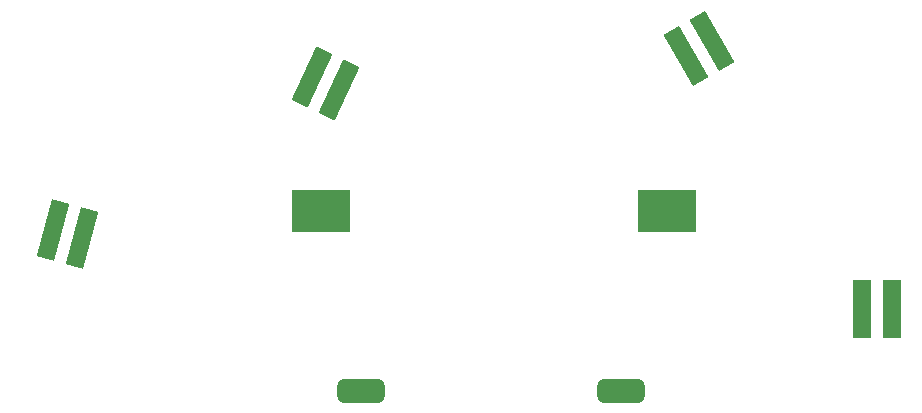
<source format=gbr>
%TF.GenerationSoftware,KiCad,Pcbnew,7.0.1*%
%TF.CreationDate,2023-04-19T22:10:58+02:00*%
%TF.ProjectId,Dino,44696e6f-2e6b-4696-9361-645f70636258,rev?*%
%TF.SameCoordinates,Original*%
%TF.FileFunction,Paste,Bot*%
%TF.FilePolarity,Positive*%
%FSLAX46Y46*%
G04 Gerber Fmt 4.6, Leading zero omitted, Abs format (unit mm)*
G04 Created by KiCad (PCBNEW 7.0.1) date 2023-04-19 22:10:58*
%MOMM*%
%LPD*%
G01*
G04 APERTURE LIST*
G04 Aperture macros list*
%AMRoundRect*
0 Rectangle with rounded corners*
0 $1 Rounding radius*
0 $2 $3 $4 $5 $6 $7 $8 $9 X,Y pos of 4 corners*
0 Add a 4 corners polygon primitive as box body*
4,1,4,$2,$3,$4,$5,$6,$7,$8,$9,$2,$3,0*
0 Add four circle primitives for the rounded corners*
1,1,$1+$1,$2,$3*
1,1,$1+$1,$4,$5*
1,1,$1+$1,$6,$7*
1,1,$1+$1,$8,$9*
0 Add four rect primitives between the rounded corners*
20,1,$1+$1,$2,$3,$4,$5,0*
20,1,$1+$1,$4,$5,$6,$7,0*
20,1,$1+$1,$6,$7,$8,$9,0*
20,1,$1+$1,$8,$9,$2,$3,0*%
%AMRotRect*
0 Rectangle, with rotation*
0 The origin of the aperture is its center*
0 $1 length*
0 $2 width*
0 $3 Rotation angle, in degrees counterclockwise*
0 Add horizontal line*
21,1,$1,$2,0,0,$3*%
G04 Aperture macros list end*
%ADD10RotRect,1.524000X5.000000X345.000000*%
%ADD11R,5.000000X3.600000*%
%ADD12RoundRect,0.500000X-1.500000X-0.500000X1.500000X-0.500000X1.500000X0.500000X-1.500000X0.500000X0*%
%ADD13RotRect,1.524000X5.000000X30.000000*%
%ADD14R,1.524000X5.000000*%
%ADD15RotRect,1.524000X5.000000X335.000000*%
G04 APERTURE END LIST*
D10*
%TO.C,D4*%
X47523275Y-71628275D03*
X49976726Y-72285675D03*
%TD*%
D11*
%TO.C,BT2*%
X99500000Y-69975000D03*
X70200000Y-69975000D03*
%TD*%
D12*
%TO.C,SW2*%
X73600000Y-85250000D03*
X95600000Y-85250000D03*
%TD*%
D13*
%TO.C,D2*%
X101150148Y-56834475D03*
X103349852Y-55564475D03*
%TD*%
D14*
%TO.C,D1*%
X116000000Y-78250000D03*
X118540000Y-78250000D03*
%TD*%
D15*
%TO.C,D3*%
X69447978Y-58676550D03*
X71750000Y-59750000D03*
%TD*%
M02*

</source>
